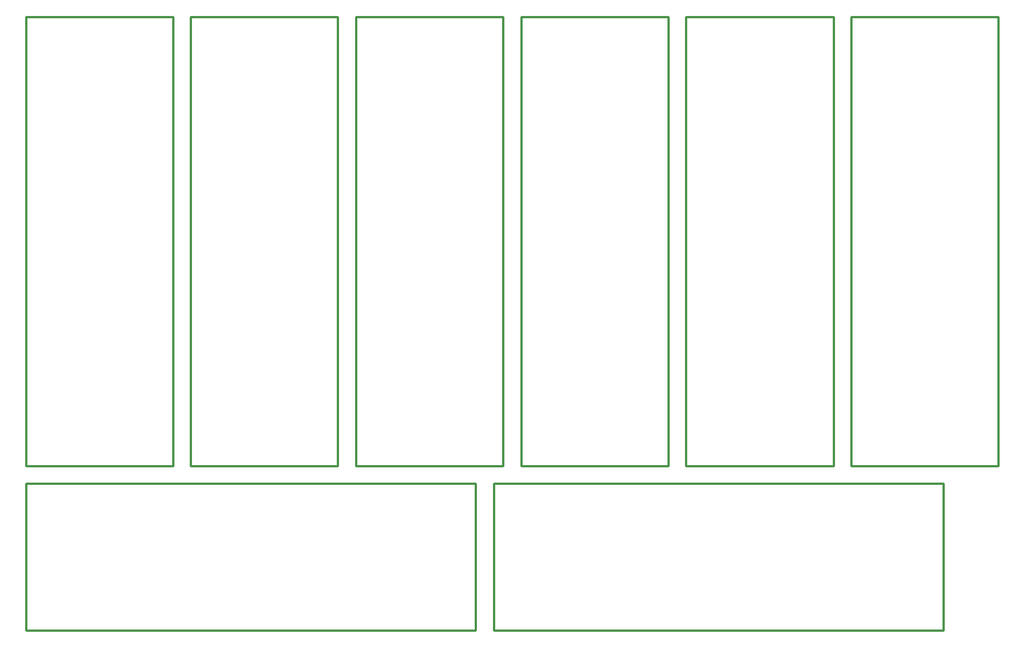
<source format=gko>
G04 Layer_Color=16711935*
%FSLAX44Y44*%
%MOMM*%
G71*
G01*
G75*
%ADD50C,0.2540*%
D50*
X670000Y361000D02*
Y524500D01*
X1170000D01*
Y361000D01*
X670000D01*
X853500Y544000D02*
X1017000D01*
Y1044000D01*
X853500D01*
Y544000D01*
X833500D02*
Y1044000D01*
X670000D01*
Y544000D01*
X833500D01*
X1037000D02*
X1200500D01*
Y1044000D01*
X1037000D01*
Y544000D01*
X1190000Y524500D02*
Y361000D01*
X1690000D01*
Y524500D01*
X1190000D01*
X1220500Y544000D02*
X1384000D01*
Y1044000D01*
X1220500D01*
Y544000D01*
X1404000D02*
X1567500D01*
Y1044000D01*
X1404000D01*
Y544000D01*
X1587500D02*
X1751000D01*
Y1044000D01*
X1587500D01*
Y544000D01*
M02*

</source>
